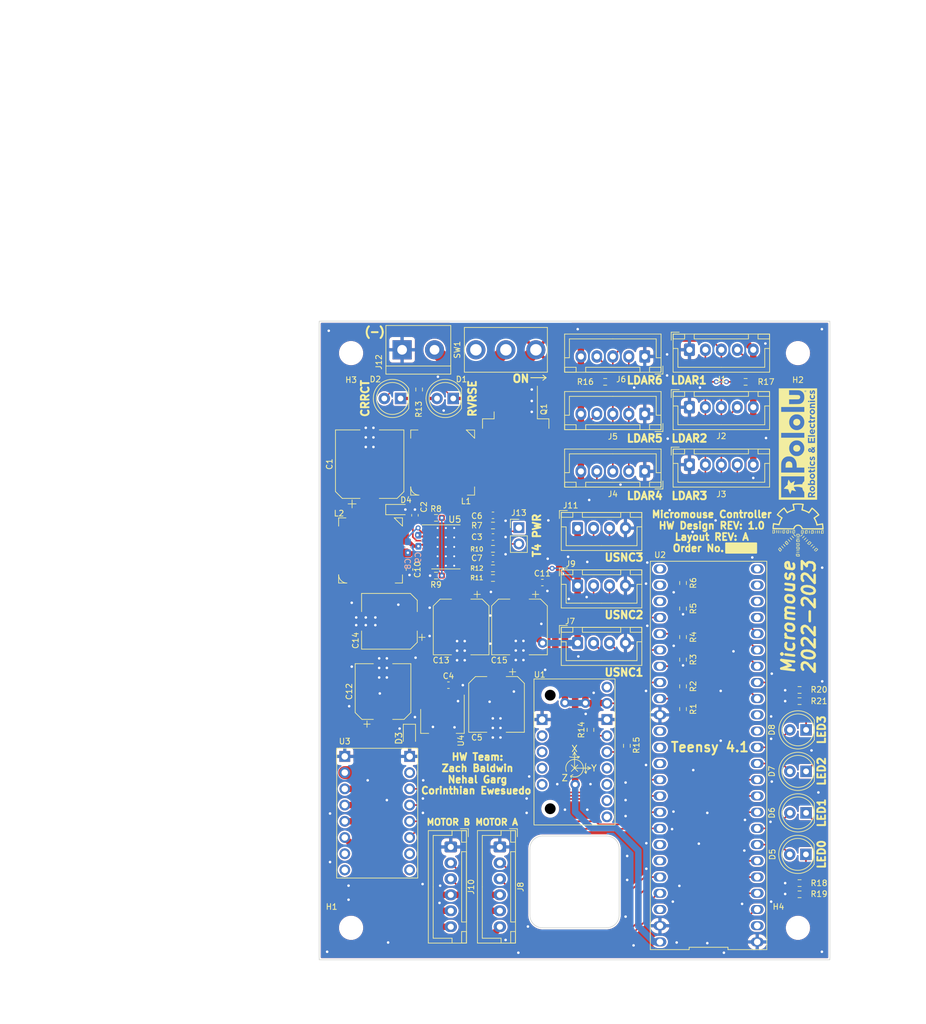
<source format=kicad_pcb>
(kicad_pcb (version 20211014) (generator pcbnew)
  (layers (0 "F.Cu" signal) (31 "B.Cu" signal) (34 "B.Paste" user) (35 "F.Paste" user) (36 "B.SilkS" user "B.Silkscreen") (37 "F.SilkS" user "F.Silkscreen") (38 "B.Mask" user) (39 "F.Mask" user) (44 "Edge.Cuts" user))
  (net 0 "")
  (net 1 "Net-(C1-Pad1)")
  (net 2 "GND")
  (net 3 "Net-(C3-Pad1)")
  (net 4 "+3V3")
  (net 5 "Net-(C6-Pad1)")
  (net 6 "Net-(C7-Pad1)")
  (net 7 "Net-(C8-Pad1)")
  (net 8 "Net-(C8-Pad2)")
  (net 9 "Net-(C9-Pad1)")
  (net 10 "Net-(C9-Pad2)")
  (net 11 "+5V")
  (net 12 "+5VD")
  (net 13 "Net-(D1-Pad1)")
  (net 14 "Net-(D1-Pad2)")
  (net 15 "/microcontroller/Trig1")
  (net 16 "Net-(J7-Pad3)")
  (net 17 "/microcontroller/AEQ2")
  (net 18 "/microcontroller/AEQ1")
  (net 19 "/microcontroller/AOUT2")
  (net 20 "/microcontroller/AOUT1")
  (net 21 "/microcontroller/Trig2")
  (net 22 "Net-(J9-Pad3)")
  (net 23 "/microcontroller/BEQ2")
  (net 24 "/microcontroller/BEQ1")
  (net 25 "/microcontroller/BOUT2")
  (net 26 "/microcontroller/BOUT1")
  (net 27 "/microcontroller/Trig3")
  (net 28 "Net-(J11-Pad3)")
  (net 29 "Net-(J12-Pad2)")
  (net 30 "+BATT")
  (net 31 "/microcontroller/Echo1")
  (net 32 "/microcontroller/Echo2")
  (net 33 "/microcontroller/Echo3")
  (net 34 "Net-(R8-Pad1)")
  (net 35 "Net-(R10-Pad2)")
  (net 36 "Net-(R11-Pad1)")
  (net 37 "Net-(R12-Pad1)")
  (net 49 "/microcontroller/BIN1")
  (net 50 "/microcontroller/BIN2")
  (net 51 "/microcontroller/AIN2")
  (net 52 "/microcontroller/AIN1")
  (net 72 "/microcontroller/SDA2")
  (net 73 "/microcontroller/SCL2")
  (net 74 "/microcontroller/SCL1")
  (net 75 "/microcontroller/SDA1")
  (net 76 "/microcontroller/LCS1")
  (net 77 "/microcontroller/LCS2")
  (net 78 "/microcontroller/LCS3")
  (net 79 "/microcontroller/LCS4")
  (net 80 "/microcontroller/LCS5")
  (net 81 "/microcontroller/LCS6")
  (net 83 "Net-(D5-Pad1)")
  (net 84 "/microcontroller/LED0")
  (net 85 "Net-(D6-Pad1)")
  (net 86 "/microcontroller/LED1")
  (net 87 "Net-(D7-Pad1)")
  (net 88 "/microcontroller/LED2")
  (net 89 "Net-(D8-Pad1)")
  (net 90 "/microcontroller/LED3")
  (footprint "Resistor_SMD:R_0603_1608Metric_Pad0.98x0.95mm_HandSolder" (layer "F.Cu") (at 125.25 107.75)
    (fp_text reference "R20")
    (fp_text value "470")
  )
  (footprint "LED_THT:LED_D5.0mm" (layer "F.Cu") (at 71 62.103 180)
    (fp_text reference "D1")
    (fp_text value "LED")
  )
  (footprint "MountingHole:MountingHole_3.2mm_M3" (layer "F.Cu") (at 125 55 180)
    (fp_text reference "H2")
    (fp_text value "MountingHole")
  )
  (footprint "MountingHole:MountingHole_3.2mm_M3" (layer "F.Cu") (at 125 145 180)
    (fp_text reference "H4")
    (fp_text value "MountingHole")
  )
  (footprint "LED_THT:LED_D5.0mm" (layer "F.Cu") (at 126.275 114 180)
    (fp_text reference "D8")
    (fp_text value "LED")
  )
  (footprint "Capacitor_SMD:C_0603_1608Metric_Pad1.08x0.95mm_HandSolder" (layer "F.Cu") (at 77.227 83.8)
    (fp_text reference "C3")
    (fp_text value "470nF")
  )
  (footprint "Connector_JST:JST_XH_B5B-XH-A_1x05_P2.50mm_Vertical" (layer "F.Cu") (at 108 72.475)
    (fp_text reference "J3")
    (fp_text value "Conn_01x05")
  )
  (footprint "Connector_JST:JST_XH_B5B-XH-A_1x05_P2.50mm_Vertical" (layer "F.Cu") (at 108 54.475)
    (fp_text reference "J1")
    (fp_text value "Conn_01x05")
  )
  (footprint "Resistor_SMD:R_0603_1608Metric_Pad0.98x0.95mm_HandSolder" (layer "F.Cu") (at 68.3 89.8415 180)
    (fp_text reference "R9")
    (fp_text value "4.53k")
  )
  (footprint "LED_THT:LED_D5.0mm" (layer "F.Cu") (at 126.25 133.5 180)
    (fp_text reference "D5")
    (fp_text value "LED")
  )
  (footprint "Resistor_SMD:R_0603_1608Metric_Pad0.98x0.95mm_HandSolder" (layer "F.Cu") (at 68.3 80.8 180)
    (fp_text reference "R8")
    (fp_text value "3.3k")
  )
  (footprint "Resistor_SMD:R_0603_1608Metric_Pad0.98x0.95mm_HandSolder" (layer "F.Cu") (at 116.8 59.5)
    (fp_text reference "R17")
    (fp_text value "2.2k")
  )
  (footprint "Connector_PinHeader_2.54mm:PinHeader_1x02_P2.54mm_Vertical" (layer "F.Cu") (at 81.28 82.3435)
    (fp_text reference "J13")
    (fp_text value "Conn_01x02_Male")
  )
  (footprint "custom_footprints:DRV_DRV8833_Pololu_2130" (layer "F.Cu") (at 59.089 127.047)
    (fp_text reference "U3")
    (fp_text value "DRV8833")
  )
  (footprint "LED_THT:LED_D5.0mm" (layer "F.Cu") (at 126.275 120.5 180)
    (fp_text reference "D7")
    (fp_text value "LED")
  )
  (footprint "Resistor_SMD:R_0603_1608Metric_Pad0.98x0.95mm_HandSolder" (layer "F.Cu") (at 125.25 138)
    (fp_text reference "R18")
    (fp_text value "470")
  )
  (footprint "Resistor_SMD:R_0603_1608Metric_Pad0.98x0.95mm_HandSolder" (layer "F.Cu") (at 77.227 90.2225)
    (fp_text reference "R11")
    (fp_text value "5k")
  )
  (footprint "Resistor_SMD:R_0603_1608Metric_Pad0.98x0.95mm_HandSolder" (layer "F.Cu") (at 98.2 116.5 90)
    (fp_text reference "R15")
    (fp_text value "2.2k")
  )
  (footprint "Resistor_SMD:R_0603_1608Metric_Pad0.98x0.95mm_HandSolder" (layer "F.Cu") (at 77.227 82 180)
    (fp_text reference "R7")
    (fp_text value "12k")
  )
  (footprint "Package_TO_SOT_SMD:SOT-223-3_TabPin2" (layer "F.Cu") (at 69.3117 112.6388 -90)
    (fp_text reference "U4")
    (fp_text value "LM1117-3.3")
  )
  (footprint "Resistor_SMD:R_0603_1608Metric_Pad0.98x0.95mm_HandSolder" (layer "F.Cu") (at 92.5 114 90)
    (fp_text reference "R14")
    (fp_text value "2.2k")
  )
  (footprint "Resistor_SMD:R_0603_1608Metric_Pad0.98x0.95mm_HandSolder" (layer "F.Cu") (at 125.25 109.5)
    (fp_text reference "R21")
    (fp_text value "470")
  )
  (footprint "Connector_JST:JST_XH_B5B-XH-A_1x05_P2.50mm_Vertical" (layer "F.Cu") (at 101 73.525 180)
    (fp_text reference "J4")
    (fp_text value "Conn_01x05")
  )
  (footprint "Resistor_SMD:R_0603_1608Metric_Pad0.98x0.95mm_HandSolder" (layer "F.Cu") (at 107 110.744 90)
    (fp_text reference "R1")
    (fp_text value "3.3k")
  )
  (footprint "Connector_JST:JST_XH_B4B-XH-A_1x04_P2.50mm_Vertical" (layer "F.Cu") (at 90.484 82.406)
    (fp_text reference "J11")
    (fp_text value "Conn_01x04")
  )
  (footprint "Resistor_SMD:R_0603_1608Metric_Pad0.98x0.95mm_HandSolder" (layer "F.Cu") (at 77.227 88.6985)
    (fp_text reference "R12")
    (fp_text value "5k")
  )
  (footprint "Capacitor_SMD:C_0603_1608Metric_Pad1.08x0.95mm_HandSolder" (layer "F.Cu") (at 70.25 107)
    (fp_text reference "C4")
    (fp_text value "0.1uF")
  )
  (footprint "custom_footprints:LOGO_cwrubotix" (layer "F.Cu") (at 125 82.7 90)
    (fp_text reference "G***" hide)
    (fp_text value "CWRUbotix" hide)
  )
  (footprint "Resistor_SMD:R_0603_1608Metric_Pad0.98x0.95mm_HandSolder" (layer "F.Cu") (at 77.227 85.6505 180)
    (fp_text reference "R10")
    (fp_text value "0")
  )
  (footprint "custom_footprints:HTSSOP-20-1EP_4.4x6.5mm_P0.65mm_EP3.4x6.5mm_ThermalVias" (layer "F.Cu") (at 69.85 85.344)
    (fp_text reference "U5")
    (fp_text value "TPIC74101")
  )
  (footprint "Connector_JST:JST_XH_B6B-XH-A_1x06_P2.50mm_Vertical" (layer "F.Cu") (at 70.612 132.334 -90)
    (fp_text reference "J10")
    (fp_text value "Conn_01x06_Male")
  )
  (footprint "Capacitor_SMD:C_0603_1608Metric_Pad1.08x0.95mm_HandSolder" (layer "F.Cu") (at 64.146 88.9 -90)
    (fp_text reference "C10")
    (fp_text value "0.1uF")
  )
  (footprint "custom_footprints:SW_SPDT_NKK_MS12AANW03" (layer "F.Cu") (at 79.248 54.483 90)
    (fp_text reference "SW1")
    (fp_text value "SW_SPDT")
  )
  (footprint "Diode_SMD:D_TUMD2" (layer "F.Cu") (at 62.23 79.502)
    (fp_text reference "D4")
    (fp_text value "D_Schottky")
  )
  (footprint "Capacitor_SMD:C_0603_1608Metric_Pad1.08x0.95mm_HandSolder" (layer "F.Cu") (at 84.963 90.932)
    (fp_text reference "C11")
    (fp_text value "0.1uF")
  )
  (footprint "Connector_JST:JST_XH_B5B-XH-A_1x05_P2.50mm_Vertical" (layer "F.Cu") (at 101 64.525 180)
    (fp_text reference "J5")
    (fp_text value "Conn_01x05")
  )
  (footprint "Connector_JST:JST_XH_B5B-XH-A_1x05_P2.50mm_Vertical" (layer "F.Cu") (at 101 55.525 180)
    (fp_text reference "J6")
    (fp_text value "Conn_01x05")
  )
  (footprint "custom_footprints:MCU_TEENSY41_PJRC" (layer "F.Cu") (at 111 118 90)
    (fp_text reference "U2")
    (fp_text value "Teensy_4.1")
  )
  (footprint "custom_footprints:LOGO_pololu" (layer "F.Cu") (at 125 69.25 90)
    (fp_text reference "G***" hide)
    (fp_text value "LOGO" hide)
  )
  (footprint "Resistor_SMD:R_0603_1608Metric_Pad0.98x0.95mm_HandSolder" (layer "F.Cu") (at 107 99.4675 90)
    (fp_text reference "R4")
    (fp_text value "2.2k")
  )
  (footprint "Capacitor_SMD:C_0603_1608Metric_Pad1.08x0.95mm_HandSolder" (layer "F.Cu") (at 77.227 80.4)
    (fp_text reference "C6")
    (fp_text value "470nF")
  )
  (footprint "Resistor_SMD:R_0603_1608Metric_Pad0.98x0.95mm_HandSolder" (layer "F.Cu") (at 107 107.188 90)
    (fp_text reference "R2")
    (fp_text value "2.2k")
  )
  (footprint "Capacitor_SMD:CP_Elec_8x10.5" (layer "F.Cu") (at 81.3816 97.8813 -90)
    (fp_text reference "C15")
    (fp_text value "22uF")
  )
  (footprint "Capacitor_SMD:CP_Elec_8x10.5" (layer "F.Cu") (at 72.2376 97.8843 -90)
    (fp_text reference "C13")
    (fp_text value "100uF")
  )
  (footprint "LED_THT:LED_D5.0mm" (layer "F.Cu") (at 62.743 62.103 180)
    (fp_text reference "D2")
    (fp_text value "LED")
  )
  (footprint "Capacitor_SMD:CP_Elec_8x10.5" (layer "F.Cu") (at 77.7808 110.012 -90)
    (fp_text reference "C5")
    (fp_text value "22uF")
  )
  (footprint "MountingHole:MountingHole_3.2mm_M3" (layer "F.Cu") (at 55 145 180)
    (fp_text reference "H1")
    (fp_text value "MountingHole")
  )
  (footprint "Resistor_SMD:R_0603_1608Metric_Pad0.98x0.95mm_HandSolder" (layer "F.Cu") (at 107 91 90)
    (fp_text reference "R6")
    (fp_text value "2.2k")
  )
  (footprint "Connector_JST:JST_XH_B4B-XH-A_1x04_P2.50mm_Vertical" (layer "F.Cu") (at 90.484 91.406)
    (fp_text reference "J9")
    (fp_text value "Conn_01x04")
  )
  (footprint "Capacitor_SMD:C_0603_1608Metric_Pad1.08x0.95mm_HandSolder" (layer "F.Cu") (at 65 80.4 90)
    (fp_text reference "C2")
    (fp_text value "0.1uF")
  )
  (footprint "Resistor_SMD:R_0603_1608Metric_Pad0.98x0.95mm_HandSolder" (layer "F.Cu") (at 107 103 90)
    (fp_text reference "R3")
    (fp_text value "3.3k")
  )
  (footprint "custom_footprints:SENS_LSM6DSO_Pololu_2798" (layer "F.Cu") (at 90 120)
    (fp_text reference "U1")
    (fp_text value "LSM6DSO")
  )
  (footprint "Diode_SMD:D_0805_2012Metric" (layer "F.Cu") (at 64.135 114.808 -90)
    (fp_text reference "D3")
    (fp_text value "D")
  )
  (footprint "Capacitor_SMD:C_0603_1608Metric_Pad1.08x0.95mm_HandSolder" (layer "F.Cu") (at 77.227 87.1745)
    (fp_text reference "C7")
    (fp_text value "150nF")
  )
  (footprint "LED_THT:LED_D5.0mm" (layer "F.Cu") (at 126.275 127 180)
    (fp_text reference "D6")
    (fp_text value "LED")
  )
  (footprint "Resistor_SMD:R_0603_1608Metric_Pad0.98x0.95mm_HandSolder" (layer "F.Cu") (at 107 95 90)
    (fp_text reference "R5")
    (fp_text value "3.3k")
  )
  (footprint "Resistor_SMD:R_0603_1608Metric_Pad0.98x0.95mm_HandSolder" (layer "F.Cu") (at 65.659 60.7 90)
    (fp_text reference "R13")
    (fp_text value "470")
  )
  (footprint "Package_TO_SOT_SMD:TO-263-3_TabPin2" (layer "F.Cu") (at 80.791 68.241 -90)
    (fp_text reference "Q1")
    (fp_text value "Q_PMOS_GDS")
  )
  (footprint "TerminalBlock:TerminalBlock_bornier-2_P5.08mm" (layer "F.Cu") (at 62.992 54.483)
    (fp_text reference "J12")
    (fp_text value "Screw_Terminal_01x02")
  )
  (footprint "Connector_JST:JST_XH_B5B-XH-A_1x05_P2.50mm_Vertical" (layer "F.Cu") (at 108 63.475)
    (fp_text reference "J2")
    (fp_text value "Conn_01x05")
  )
  (footprint "Capacitor_SMD:CP_Elec_8x10.5" (layer "F.Cu") (at 60 108 90)
    (fp_text reference "C12")
    (fp_text value "100uF")
  )
  (footprint "Resistor_SMD:R_0603_1608Metric_Pad0.98x0.95mm_HandSolder" (layer "F.Cu") (at 125.25 139.75)
    (fp_text reference "R19")
    (fp_text value "470")
  )
  (footprint "Resistor_SMD:R_0603_1608Metric_Pad0.98x0.95mm_HandSolder" (layer "F.Cu") (at 94.8 59.5 180)
    (fp_text reference "R16")
    (fp_text value "2.2k")
  )
  (footprint "custom_footprints:L_SRR1050HA_Bourns" (layer "F.Cu") (at 69.342 72.136 -90)
    (fp_text reference "L1")
    (fp_text value "22uH")
  )
  (footprint "Connector_JST:JST_XH_B4B-XH-A_1x04_P2.50mm_Vertical" (layer "F.Cu") (at 90.484 100.406)
    (fp_text reference "J7")
    (fp_text value "Conn_01x04")
  )
  (footprint "custom_footprints:L_SRR1050HA_Bourns" (layer "F.Cu") (at 58.05 85.9045 -90)
    (fp_text reference "L2")
    (fp_text value "22uH")
  )
  (footprint "MountingHole:MountingHole_3.2mm_M3" (layer "F.Cu") (at 55 55 180)
    (fp_text reference "H3")
    (fp_text value "MountingHole")
  )
  (footprint "Capacitor_SMD:CP_Elec_8x10.5" (layer "F.Cu") (at 61 97 180)
    (fp_text reference "C14")
    (fp_text value "22uF")
  )
  (footprint "Connector_JST:JST_XH_B6B-XH-A_1x06_P2.50mm_Vertical" (layer "F.Cu") (at 78.2998 132.3324 -90)
    (fp_text reference "J8")
    (fp_text value "Conn_01x06_Male")
  )
  (footprint "Capacitor_SMD:CP_Elec_10x10.5" (layer "F.Cu") (at 57.912 72.39 90)
    (fp_text reference "C1")
    (fp_text value "330uF")
  )
  (footprint "Capacitor_SMD:C_0603_1608Metric_Pad1.08x0.95mm_HandSolder" (layer "B.Cu") (at 63.892 85.4 90)
    (fp_text reference "C8")
    (fp_text value "4.7nF")
  )
  (footprint "Capacitor_SMD:C_0603_1608Metric_Pad1.08x0.95mm_HandSolder" (layer "B.Cu") (at 65.543 84.3805 90)
    (fp_text reference "C9")
    (fp_text value "4.7nF")
  )
  (gr_line (start 85.55 58.85) (end 85.05 59.25) (layer "F.SilkS") (width 0.15))
  (gr_line (start 83.15 58.85) (end 85.55 58.85) (layer "F.SilkS") (width 0.15))
  (gr_line (start 85.05 58.45) (end 85.55 58.85) (layer "F.SilkS") (width 0.15))
  (gr_arc locked (start 85 145) (mid 83.585786 144.414214) (end 83 143) (layer "Edge.Cuts") (width 0.1))
  (gr_rect locked (start 130 150) (end 50 50) (layer "Edge.Cuts") (width 0.1) (fill none))
  (gr_arc locked (start 83 132.614214) (mid 83.585786 131.2) (end 85 130.614214) (layer "Edge.Cuts") (width 0.1))
  (gr_line locked (start 85 145) (end 95 145) (layer "Edge.Cuts") (width 0.1))
  (gr_line locked (start 97 143) (end 97 132.614214) (layer "Edge.Cuts") (width 0.1))
  (gr_arc locked (start 97 143) (mid 96.414214 144.414214) (end 95 145) (layer "Edge.Cuts") (width 0.1))
  (gr_line locked (start 95 130.614214) (end 85 130.614214) (layer "Edge.Cuts") (width 0.1))
  (gr_line locked (start 83 132.614214) (end 83 143) (layer "Edge.Cuts") (width 0.1))
  (gr_arc locked (start 95 130.614214) (mid 96.414214 131.2) (end 97 132.614214) (layer "Edge.Cuts") (width 0.1))
  (gr_text "MOTOR B" (at 70.25 128.45) (layer "F.SilkS") (effects (font (size 1 1) (thickness 0.25))))
  (gr_text "CRRCT" (at 57.2 62.1 90) (layer "F.SilkS") (effects (font (size 1.2 1.2) (thickness 0.3))))
  (gr_text "LED0" (at 128.7 133.5 90) (layer "F.SilkS") (effects (font (size 1.2 1.2) (thickness 0.3))))
  (gr_text "Teensy 4.1" (at 111.2 116.7) (layer "F.SilkS") (effects (font (size 1.5 1.5) (thickness 0.3))))
  (gr_text "LDAR5" (at 101 68.35) (layer "F.SilkS") (effects (font (size 1.2 1.2) (thickness 0.3))))
  (gr_text "USNC1" (at 97.75 105) (layer "F.SilkS") (effects (font (size 1.2 1.2) (thickness 0.3))))
  (gr_text "HW Team:\nZach Baldwin\nNehal Garg\n" (at 74.8 120) (layer "F.SilkS") (effects (font (size 1.1 1.1) (thickness 0.275))))
  (gr_text "ON" (at 81.6 59) (layer "F.SilkS") (effects (font (size 1.2 1.2) (thickness 0.3))))
  (gr_text "Corinthian Ewesuedo" (at 74.6 123.5) (layer "F.SilkS") (effects (font (size 1.1 1.1) (thickness 0.275))))
  (gr_text "Micromouse Controller\nHW Design REV: 1.0\nLayout REV: A\nOrder No.     " (at 111.5 82.9) (layer "F.SilkS") (effects (font (size 1.1 1.1) (thickness 0.275))))
  (gr_text "(-)" (at 58.7 51.8 180) (layer "F.SilkS") (effects (font (size 1.2 1.2) (thickness 0.3))))
  (gr_text "USNC3" (at 97.75 87) (layer "F.SilkS") (effects (font (size 1.2 1.2) (thickness 0.3))))
  (gr_text "Micromouse\n2022-2023" (at 125.1 96.3 90) (layer "F.SilkS") (effects (font (size 2 2) (thickness 0.4) italic)))
  (gr_text "LDAR4" (at 101 77.35) (layer "F.SilkS") (effects (font (size 1.2 1.2) (thickness 0.3))))
  (gr_text "LED2\n" (at 128.7 120.5 90) (layer "F.SilkS") (effects (font (size 1.2 1.2) (thickness 0.3))))
  (gr_text "T4 PWR" (at 84.1 83.55 90) (layer "F.SilkS") (effects (font (size 1.2 1.2) (thickness 0.3))))
  (gr_text "RVRSE" (at 74 62.1 90) (layer "F.SilkS") (effects (font (size 1.2 1.2) (thickness 0.3))))
  (gr_text "LDAR1" (at 107.9 59.25) (layer "F.SilkS") (effects (font (size 1.2 1.2) (thickness 0.3))))
  (gr_text "USNC2" (at 97.75 96) (layer "F.SilkS") (effects (font (size 1.2 1.2) (thickness 0.3))))
  (gr_text "LED1" (at 128.7 127 90) (layer "F.SilkS") (effects (font (size 1.2 1.2) (thickness 0.3))))
  (gr_text "LED3" (at 128.7 114 90) (layer "F.SilkS") (effects (font (size 1.2 1.2) (thickness 0.3))))
  (gr_text "LDAR6" (at 101 59.25) (layer "F.SilkS") (effects (font (size 1.2 1.2) (thickness 0.3))))
  (gr_text "LDAR2" (at 108 68.35) (layer "F.SilkS") (effects (font (size 1.2 1.2) (thickness 0.3))))
  (gr_text "LDAR3" (at 108 77.35) (layer "F.SilkS") (effects (font (size 1.2 1.2) (thickness 0.3))))
  (gr_text "MOTOR A" (at 77.8 128.45) (layer "F.SilkS") (effects (font (size 1 1) (thickness 0.25))))
  (segment (start 64.6735 81.589) (end 64.6735 83.800927) (width 0.254) (layer "F.Cu") (net 1))
  (segment (start 65.246573 84.374) (end 66.9 84.374) (width 0.254) (layer "F.Cu") (net 1))
  (segment (start 64.6735 83.800927) (end 65.246573 84.374) (width 0.254) (layer "F.Cu") (net 1))
  (segment (start 71.15 88.294) (end 72.77 88.294) (width 0.25) (layer "F.Cu") (net 2))
  (segment (start 66.9 82.424) (end 68.52 82.424) (width 0.254) (layer "F.Cu") (net 2))
  (segment (start 70.18 85.014) (end 72.8 85.014) (width 0.25) (layer "F.Cu") (net 2))
  (segment (start 71.15 82.394) (end 72.77 82.394) (width 0.25) (layer "F.Cu") (net 2))
  (segment (start 103.38 111.65) (end 106.9935 111.65) (width 0.254) (layer "F.Cu") (net 2))
  (segment (start 66.9 85.674) (end 69.52 85.674) (width 0.25) (layer "F.Cu") (net 2))
  (via (at 105.5 126.8) (size 0.8) (drill 0.4) (layers "F.Cu" "B.Cu") (net 2))
  (via (at 66.2 138.15) (size 0.8) (drill 0.4) (layers "F.Cu" "B.Cu") (net 2))
  (via (at 69.5 64) (size 0.8) (drill 0.4) (layers "F.Cu" "B.Cu") (net 2))
  (via (at 82.9 121.3) (size 0.8) (drill 0.4) (layers "F.Cu" "B.Cu") (net 2))
  (via (at 51.5 51.5) (size 0.8) (drill 0.4) (layers "F.Cu" "B.Cu") (net 2))
  (via (at 60.8 147.3) (size 0.8) (drill 0.4) (layers "F.Cu" "B.Cu") (net 2))
  (via (at 57.3 97.6) (size 0.8) (drill 0.4) (layers "F.Cu" "B.Cu") (net 2))
  (via (at 99.35 60.4) (size 0.8) (drill 0.4) (layers "F.Cu" "B.Cu") (net 2))
  (via (at 112.9 107.9) (size 0.8) (drill 0.4) (layers "F.Cu" "B.Cu") (net 2))
  (via (at 120.8 111.9) (size 0.8) (drill 0.4) (layers "F.Cu" "B.Cu") (net 2))
  (via (at 98 127.5) (size 0.8) (drill 0.4) (layers "F.Cu" "B.Cu") (net 2))
  (via (at 57.3 69.7) (size 0.8) (drill 0.4) (layers "F.Cu" "B.Cu") (net 2))
  (via (at 108.6 120.3) (size 0.8) (drill 0.4) (layers "F.Cu" "B.Cu") (net 2))
  (via (at 77.2 115.2) (size 0.8) (drill 0.4) (layers "F.Cu" "B.Cu") (net 2))
  (via (at 98.25 137.5) (size 0.8) (drill 0.4) (layers "F.Cu" "B.Cu") (net 2))
  (via (at 80.8 100.07) (size 0.8) (drill 0.4) (layers "F.Cu" "B.Cu") (net 2))
  (via (at 128.8 106.4) (size 0.8) (drill 0.4) (layers "F.Cu" "B.Cu") (net 2))
  (via (at 101.25 135.75) (size 0.8) (drill 0.4) (layers "F.Cu" "B.Cu") (net 2))
  (via (at 55.1 104.1) (size 0.8) (drill 0.4) (layers "F.Cu" "B.Cu") (net 2))
  (via (at 65 112) (size 0.8) (drill 0.4) (layers "F.Cu" "B.Cu") (net 2))
  (via (at 71.6 103.1) (size 0.8) (drill 0.4) (layers "F.Cu" "B.Cu") (net 2))
  (via (at 85.75 92.25) (size 0.8) (drill 0.4) (layers "F.Cu" "B.Cu") (net 2))
  (via (at 51.7 127.1) (size 0.8) (drill 0.4) (layers "F.Cu" "B.Cu") (net 2))
  (via (at 58.5 66.7) (size 0.8) (drill 0.4) (layers "F.Cu" "B.Cu") (net 2))
  (via (at 110.8 147.4) (size 0.8) (drill 0.4) (layers "F.Cu" "B.Cu") (net 2))
  (via (at 83.3 60.7) (size 0.8) (drill 0.4) (layers "F.Cu" "B.Cu") (net 2))
  (via (at 107 103.9) (size 0.8) (drill 0.4) (layers "F.Cu" "B.Cu") (net 2))
  (via (at 85.4 104.6) (size 0.8) (drill 0.4) (layers "F.Cu" "B.Cu") (net 2))
  (via (at 116.7 128.1) (size 0.8) (drill 0.4) (layers "F.Cu" "B.Cu") (net 2))
  (via (at 101.4 97.7) (size 0.8) (drill 0.4) (layers "F.Cu" "B.Cu") (net 2))
  (via (at 82 103.07) (size 0.8) (drill 0.4) (layers "F.Cu" "B.Cu") (net 2))
  (via (at 65 79.5) (size 0.8) (drill 0.4) (layers "F.Cu" "B.Cu") (net 2))
  (via (at 51.25 148.75) (size 0.8) (drill 0.4) (layers "F.Cu" "B.Cu") (net 2))
  (via (at 120 68.3) (size 0.8) (drill 0.4) (layers "F.Cu" "B.Cu") (net 2))
  (via (at 101.2 91.1) (size 0.8) (drill 0.4) (layers "F.Cu" "B.Cu") (net 2))
  (via (at 104.9 79.6) (size 0.8) (drill 0.4) (layers "F.Cu" "B.Cu") (net 2))
  (via (at 120.9 122.1) (size 0.8) (drill 0.4) (layers "F.Cu" "B.Cu") (net 2))
  (via (at 79.2 83.8) (size 0.8) (drill 0.4) (layers "F.Cu" "B.Cu") (net 2))
  (via (at 58.5 69.7) (size 0.8) (drill 0.4) (layers "F.Cu" "B.Cu") (net 2))
  (via (at 128.2 123.8) (size 0.8) (drill 0.4) (layers "F.Cu" "B.Cu") (net 2))
  (via (at 128.75 51.25) (size 0.8) (drill 0.4) (layers "F.Cu" "B.Cu") (net 2))
  (via (at 65.1 102.7) (size 0.8) (drill 0.4) (layers "F.Cu" "B.Cu") (net 2))
  (via (at 58.5 68.2) (size 0.8) (drill 0.4) (layers "F.Cu" "B.Cu") (net 2))
  (via (at 60.6 102.8) (size 0.8) (drill 0.4) (layers "F.Cu" "B.Cu") (net 2))
  (via (at 55.1 94.1) (size 0.8) (drill 0.4) (layers "F.Cu" "B.Cu") (net 2))
  (via (at 89 86.9) (size 0.8) (drill 0.4) (layers "F.Cu" "B.Cu") (net 2))
  (via (at 80.8 101.57) (size 0.8) (drill 0.4) (layers "F.Cu" "B.Cu") (net 2))
  (via (at 55.8 97.6) (size 0.8) (drill 0.4) (layers "F.Cu" "B.Cu") (net 2))
  (via (at 117.85 87) (size 0.8) (drill 0.4) (layers "F.Cu" "B.Cu") (net 2))
  (via (at 72.5 107) (size 0.8) (drill 0.4) (layers "F.Cu" "B.Cu") (net 2))
  (via (at 51.7 134.7) (size 0.8) (drill 0.4) (layers "F.Cu" "B.Cu") (net 2))
  (via (at 116.6 132.9) (size 0.8) (drill 0.4) (layers "F.Cu" "B.Cu") (net 2))
  (via (at 106.426 138.43) (size 0.8) (drill 0.4) (layers "F.Cu" "B.Cu") (net 2))
  (via (at 77.2 112.2) (size 0.8) (drill 0.4) (layers "F.Cu" "B.Cu") (net 2))
  (via (at 60.6 104.3) (size 0.8) (drill 0.4) (layers "F.Cu" "B.Cu") (net 2))
  (via (at 76.7 109.6) (size 0.8) (drill 0.4) (layers "F.Cu" "B.Cu") (net 2))
  (via (at 57.3 96.4) (size 0.8) (drill 0.4) (layers "F.Cu" "B.Cu") (net 2))
  (via (at 77.2 113.7) (size 0.8) (drill 0.4) (layers "F.Cu" "B.Cu") (net 2))
  (via (at 91.75 111.5) (size 0.8) (drill 0.4) (layers "F.Cu" "B.Cu") (net 2))
  (via (at 68.95 138.4) (size 0.8) (drill 0.4) (layers "F.Cu" "B.Cu") (net 2))
  (via (at 128.8 88.6) (size 0.8) (drill 0.4) (layers "F.Cu" "B.Cu") (net 2))
  (via (at 79.2 146.9) (size 0.8) (drill 0.4) (layers "F.Cu" "B.Cu") (net 2))
  (via (at 66.25 127) (size 0.8) (drill 0.4) (layers "F.Cu" "B.Cu") (net 2))
  (via (at 83.3 64.2) (size 0.8) (drill 0.4) (layers "F.Cu" "B.Cu") (net 2))
  (via (at 72.8 101.6) (size 0.8) (drill 0.4) (layers "F.Cu" "B.Cu") (net 2))
  (via (at 80.5 108) (size 0.8) (drill 0.4) (layers "F.Cu" "B.Cu") (net 2))
  (via (at 116.25 141.25) (size 0.8) (drill 0.4) (layers "F.Cu" "B.Cu") (net 2))
  (via (at 85.8 87.2) (size 0.8) (drill 0.4) (layers "F.Cu" "B.Cu") (net 2))
  (via (at 82.7 144.8) (size 0.8) (drill 0.4) (layers "F.Cu" "B.Cu") (net 2))
  (via (at 112.1 81.2) (size 0.8) (drill 0.4) (layers "F.Cu" "B.Cu") (net 2))
  (via (at 54.6 138.4) (size 0.8) (drill 0.4) (layers "F.Cu" "B.Cu") (net 2))
  (via (at 66.3 121.9) (size 0.8) (drill 0.4) (layers "F.Cu" "B.Cu") (net 2))
  (via (at 90.5 51.25) (size 0.8) (drill 0.4) (layers "F.Cu" "B.Cu") (net 2))
  (via (at 59.4 105.8) (size 0.8) (drill 0.4) (layers "F.Cu" "B.Cu") (net 2))
  (via (at 78.4 113.7) (size 0.8) (drill 0.4) (layers "F.Cu" "B.Cu") (net 2))
  (via (at 82.5 127) (size 0.8) (drill 0.4) (layers "F.Cu" "B.Cu") (net 2))
  (via (at 107 95.9) (size 0.8) (drill 0.4) (layers "F.Cu" "B.Cu") (net 2))
  (via (at 120.8 140.9) (size 0.8) (drill 0.4) (layers "F.Cu" "B.Cu") (net 2))
  (via (at 105.537 100.838) (size 0.8) (drill 0.4) (layers "F.Cu" "B.Cu") (net 2))
  (via (at 120.8 115.4) (size 0.8) (drill 0.4) (layers "F.Cu" "B.Cu") (net 2))
  (via (at 104.5 58.5) (size 0.8) (drill 0.4) (layers "F.Cu" "B.Cu") (net 2))
  (via (at 113.4 148.9) (size 0.8) (drill 0.4) (layers "F.Cu" "B.Cu") (net 2))
  (via (at 104.6 68.4) (size 0.8) (drill 0.4) (layers "F.Cu" "B.Cu") (net 2))
  (via (at 110.8 127) (size 0.8) (drill 0.4) (layers "F.Cu" "B.Cu") (net 2))
  (via (at 59.5 108.3) (size 0.8) (drill 0.4) (layers "F.Cu" "B.Cu") (net 2))
  (via (at 92 87.7) (size 0.8) (drill 0.4) (layers "F.Cu" "B.Cu") (net 2))
  (via (at 106 147.3) (size 0.8) (drill 0.4) (layers "F.Cu" "B.Cu") (net 2))
  (via (at 109.65 60.4) (size 0.8) (drill 0.4) (layers "F.Cu" "B.Cu") (net 2))
  (via (at 62.4 94.4) (size 0.8) (drill 0.4) (layers "F.Cu" "B.Cu") (net 2))
  (via (at 128.75 148.75) (size 0.8) (drill 0.4) (layers "F.Cu" "B.Cu") (net 2))
  (via (at 127.127 117.221) (size 0.8) (drill 0.4) (layers "F.Cu" "B.Cu") (net 2))
  (via (at 101.25 131.75) (size 0.8) (drill 0.4) (layers "F.Cu" "B.Cu") (net 2))
  (via (at 60.6 125) (size 0.8) (drill 0.4) (layers "F.Cu" "B.Cu") (net 2))
  (via (at 67.31 94.869) (size 0.8) (drill 0.4) (layers "F.Cu" "B.Cu") (net 2))
  (via (at 119.9 53.5) (size 0.8) (drill 0.4) (layers "F.Cu" "B.Cu") (net 2))
  (via (at 123 109.5) (size 0.8) (drill 0.4) (layers "F.Cu" "B.Cu") (net 2))
  (via (at 83.3 62.5) (size 0.8) (drill 0.4) (layers "F.Cu" "B.Cu") (net 2))
  (via (at 82 101.57) (size 0.8) (drill 0.4) (layers "F.Cu" "B.Cu") (net 2))
  (via (at 98.25 133.75) (size 0.8) (drill 0.4) (layers "F.Cu" "B.Cu") (net 2))
  (via (at 108.5 83) (size 0.8) (drill 0.4) (layers "F.Cu" "B.Cu") (net 2))
  (via (at 72.8 100.1) (size 0.8) (drill 0.4) (layers "F.Cu" "B.Cu") (net 2))
  (via (at 92.5 122.5) (size 0.8) (drill 0.4) (layers "F.Cu" "B.Cu") (net 2))
  (via (at 109.474 131.826) (size 0.8) (drill 0.4) (layers "F.Cu" "B.Cu") (net 2))
  (via (at 78.4 115.2) (size 0.8) (drill 0.4) (layers "F.Cu" "B.Cu") (net 2))
  (via (at 63.5 79.5) (size 0.8) (drill 0.4) (layers "F.Cu" "B.Cu") (net 2))
  (via (at 89.1 93.5) (size 0.8) (drill 0.4) (layers "F.Cu" "B.Cu") (net 2))
  (via (at 71.75 109.5) (size 0.8) (drill 0.4) (layers "F.Cu" "B.Cu") (net 2))
  (via (at 123 139.7) (size 0.8) (drill 0.4) (layers "F.Cu" "B.Cu") (net 2))
  (via (at 105.4 140.9) (size 0.8) (drill 0.4) (layers "F.Cu" "B.Cu") (net 2))
  (via (at 123 138) (size 0.8) (drill 0.4) (layers "F.Cu" "B.Cu") (net 2))
  (via (at 67.818 113.538) (size 0.8) (drill 0.4) (layers "F.Cu" "B.Cu") (net 2))
  (via (at 80.8 103.07) (size 0.8) (drill 0.4) (layers "F.Cu" "B.Cu") (net 2))
  (via (at 118 74.55) (size 0.8) (drill 0.4) (layers "F.Cu" "B.Cu") (net 2))
  (via (at 59.4 102.8) (size 0.8) (drill 0.4) (layers "F.Cu" "B.Cu") (net 2))
  (via (at 92 126.5) (size 0.8) (drill 0.4) (layers "F.Cu" "B.Cu") (net 2))
  (via (at 82.5 124.75) (size 0.8) (drill 0.4) (layers "F.Cu" "B.Cu") (net 2))
  (via (at 104.5 55.2) (size 0.8) (drill 0.4) (layers "F.Cu" "B.Cu") (net 2))
  (via (at 101.2 107.9) (size 0.8) (drill 0.4) (layers "F.Cu" "B.Cu") (net 2))
  (via (at 66.25 124.75) (size 0.8) (drill 0.4) (layers "F.Cu" "B.Cu") (net 2))
  (via (at 98 122.25) (size 0.8) (drill 0.4) (layers "F.Cu" "B.Cu") (net 2))
  (via (at 62.6 113.8) (size 0.8) (drill 0.4) (layers "F.Cu" "B.Cu") (net 2))
  (via (at 88.5 126.5) (size 0.8) (drill 0.4) (layers "F.Cu" "B.Cu") (net 2))
  (via (at 90.6 102.5) (size 0.8) (drill 0.4) (layers "F.Cu" "B.Cu") (net 2))
  (via (at 85.9 81.2) (size 0.8) (drill 0.4) (layers "F.Cu" "B.Cu") (net 2))
  (via (at 68.85 141.1) (size 0.8) (drill 0.4) (layers "F.Cu" "B.Cu") (net 2))
  (via (at 98 125) (size 0.8) (drill 0.4) (layers "F.Cu" "B.Cu") (net 2))
  (via (at 87.3 122.5) (size 0.8) (drill 0.4) (layers "F.Cu" "B.Cu") (net 2))
  (via (at 92.3 78) (size 0.8) (drill 0.4) (layers "F.Cu" "B.Cu") (net 2))
  (via (at 79.2 81.25) (size 0.8) (drill 0.4) (layers "F.Cu" "B.Cu") (net 2))
  (via (at 71.2 113.6) (size 0.8) (drill 0.4) (layers "F.Cu" "B.Cu") (net 2))
  (via (at 58.8 96.4) (size 0.8) (drill 0.4) (layers "F.Cu" "B.Cu") (net 2))
  (via (at 105.283 129.54) (size 0.8) (drill 0.4) (layers "F.Cu" "B.Cu") (net 2))
  (via (at 67.3 99.3) (size 0.8) (drill 0.4) (layers "F.Cu" "B.Cu") (net 2))
  (via (at 112.9 115.7) (size 0.8) (drill 0.4) (layers "F.Cu" "B.Cu") (net 2))
  (via (at 82 100.07) (size 0.8) (drill 0.4) (layers "F.Cu" "B.Cu") (net 2))
  (via (at 58.8 97.6) (size 0.8) (drill 0.4) (layers "F.Cu" "B.Cu") (net 2))
  (via (at 71.6 100.1) (size 0.8) (drill 0.4) (layers "F.Cu" "B.Cu") (net 2))
  (via (at 91.9 93.2) (size 0.8) (drill 0.4) (layers "F.Cu" "B.Cu") (net 2))
  (via (at 79.2 86.5) (size 0.8) (drill 0.4) (layers "F.Cu" "B.Cu") (net 2))
  (via (at 99.25 147.75) (size 0.8) (drill 0.4) (layers "F.Cu" "B.Cu") (net 2))
  (via (at 55.8 96.4) (size 0.8) (drill 0.4) (layers "F.Cu" "B.Cu") (net 2))
  (via (at 76.9 92.4) (size 0.8) (drill 0.4) (layers "F.Cu" "B.Cu") (net 2))
  (via (at 64.15 89.75) (size 0.8) (drill 0.4) (layers "F.Cu" "B.Cu") (net 2))
  (via (at 101.4 87.8) (size 0.8) (drill 0.4) (layers "F.Cu" "B.Cu") (net 2))
  (via (at 71.6 101.6) (size 0.8) (drill 0.4) (layers "F.Cu" "B.Cu") (net 2))
  (via (at 54.6 140.6) (size 0.8) (drill 0.4) (layers "F.Cu" "B.Cu") (net 2))
  (via (at 120.7 128.4) (size 0.8) (drill 0.4) (layers "F.Cu" "B.Cu") (net 2))
  (via (at 72.8 103.1) (size 0.8) (drill 0.4) (layers "F.Cu" "B.Cu") (net 2))
  (via (at 120.9 105.2) (size 0.8) (drill 0.4) (layers "F.Cu" "B.Cu") (net 2))
  (via (at 54.7 110.3) (size 0.8) (drill 0.4) (layers "F.Cu" "B.Cu") (net 2))
  (via (at 60.6 105.8) (size 0.8) (drill 0.4) (layers "F.Cu" "B.Cu") (net 2))
  (via (at 76.8 100.5) (size 0.8) (drill 0.4) (layers "F.Cu" "B.Cu") (net 2))
  (via (at 101.2 119.5) (size 0.8) (drill 0.4) (layers "F.Cu" "B.Cu") (net 2))
  (via (at 57.6 121.9) (size 0.8) (drill 0.4) (layers "F.Cu" "B.Cu") (net 2))
  (via (at 76.8 96.1) (size 0.8) (drill 0.4) (layers "F.Cu" "B.Cu") (net 2))
  (via (at 84.8 97.4) (size 0.8) (drill 0.4) (layers "F.Cu" "B.Cu") (net 2))
  (via (at 97.2 75.6) (size 0.8) (drill 0.4) (layers "F.Cu" "B.Cu") (net 2))
  (via (at 114.9 101.7) (size 0.8) (drill 0.4) (layers "F.Cu" "B.Cu") (net 2))
  (via (at 59.4 104.3) (size 0.8) (drill 0.4) (layers "F.Cu" "B.Cu") (net 2))
  (via (at 93 108.2) (size 0.8) (drill 0.4) (layers "F.Cu" "B.Cu") (net 2))
  (via (at 105.537 92.456) (size 0.8) (drill 0.4) (layers "F.Cu" "B.Cu") (net 2))
  (via (at 57.3 66.7) (size 0.8) (drill 0.4) (layers "F.Cu" "B.Cu") (net 2))
  (via (at 98 143.25) (size 0.8) (drill 0.4) (layers "F.Cu" "B.Cu") (net 2))
  (via (at 68.6 58.7) (size 0.8) (drill 0.4) (layers "F.Cu" "B.Cu") (net 2))
  (via (at 81.2 148.9) (size 0.8) (drill 0.4) (layers "F.Cu" "B.Cu") (net 2))
  (via (at 78.4 112.2) (size 0.8) (drill 0.4) (layers "F.Cu" "B.Cu") (net 2))
  (via (at 123 107.8) (size 0.8) (drill 0.4) (layers "F.Cu" "B.Cu") (net 2))
  (via (at 67.375 89.85) (size 0.8) (drill 0.4) (layers "F.Cu" "B.Cu") (net 2))
  (via (at 57.3 68.2) (size 0.8) (drill 0.4) (layers "F.Cu" "B.Cu") (net 2))
  (segment (start 79.5 84.9) (end 79.5165 84.8835) (width 0.2) (layer "F.Cu") (net 3))
  (segment (start 79.5165 84.8835) (end 81.28 84.8835) (width 0.2) (layer "F.Cu") (net 3))
  (segment (start 77.2645 84.7) (end 79.3 84.7) (width 0.2) (layer "F.Cu") (net 3))
  (segment (start 72.8 83.724) (end 72.8 84.374) (width 0.254) (layer "F.Cu") (net 3))
  (segment (start 79.3 84.7) (end 79.5 84.9) (width 0.2) (layer "F.Cu") (net 3))
  (segment (start 76.3645 83.8) (end 77.2645 84.7) (width 0.2) (layer "F.Cu") (net 3))
  (segment (start 75.7905 84.374) (end 76.3645 83.8) (width 0.254) (layer "F.Cu") (net 3))
  (segment (start 72.8 84.374) (end 75.7905 84.374) (width 0.254) (layer "F.Cu") (net 3))
  (segment (start 88.5 96.5) (end 88.5 102.8) (width 1.016) (layer "F.Cu") (net 4))
  (segment (start 64.2825 115.7732) (end 69.2961 115.7732) (width 1.016) (layer "F.Cu") (net 4))
  (segment (start 65.862655 139.834) (end 62.2 136.171345) (width 1.016) (layer "F.Cu") (net 4))
  (segment (start 69.3875 107) (end 69.3117 107.0758) (width 1.016) (layer "F.Cu") (net 4))
  (segment (start 91 55.525) (end 91 53.7) (width 1.016) (layer "F.Cu") (net 4))
  (segment (start 87.312 106.312) (end 88.5 107.5) (width 1.016) (layer "F.Cu") (net 4))
  (segment (start 87.6 80.4) (end 87.6 95.6) (width 1.016) (layer "F.Cu") (net 4))
  (segment (start 87.6 95.6) (end 88.5 96.5) (width 1.016) (layer "F.Cu") (net 4))
  (segment (start 63.2268 115.7732) (end 64.2825 115.7732) (width 1.016) (layer "F.Cu") (net 4))
  (segment (start 88.5 102.8) (end 91.7 106) (width 1.016) (layer "F.Cu") (net 4))
  (segment (start 98.2 111.757919) (end 96.282081 109.84) (width 0.254) (layer "F.Cu") (net 4))
  (segment (start 69.3117 111.9383) (end 73.0617 111.9383) (width 1.016) (layer "F.Cu") (net 4))
  (segment (start 69.3117 107.0758) (end 69.3117 109.4888) (width 1.016) (layer "F.Cu") (net 4))
  (segment (start 93.8875 59.5) (end 91.2 59.5) (width 1.016) (layer "F.Cu") (net 4))
  (segment (start 91 59.3) (end 91 55.525) (width 1.016) (layer "F.Cu") (net 4))
  (segment (start 75 107.25) (end 75.938 106.312) (width 1.016) (layer "F.Cu") (net 4))
  (segment (start 77.7808 106.312) (end 87.312 106.312) (width 1.016) (layer "F.Cu") (net 4))
  (segment (start 91 53.7) (end 92.7 52) (width 1.016) (layer "F.Cu") (net 4))
  (segment (start 92.5 109.84) (end 95.08 109.84) (width 0.254) (layer "F.Cu") (net 4))
  (segment (start 91.2 59.5) (end 91 59.3) (width 1.016) (layer "F.Cu") (net 4))
  (segment (start 96.282081 109.84) (end 95.08 109.84) (width 0.254) (layer "F.Cu") (net 4))
  (segment (start 91.7 109.8) (end 95.04 109.8) (width 1.016) (layer "F.Cu") (net 4))
  (segment (start 70.612 139.834) (end 65.862655 139.834) (width 1.016) (layer "F.Cu") (net 4))
  (segment (start 73.0617 111.9383) (end 75 110) (width 1.016) (layer "F.Cu") (net 4))
  (segment (start 62.2 116.8) (end 63.2268 115.7732) (width 1.016) (layer "F.Cu") (net 4))
  (segment (start 75.938 106.312) (end 77.7808 106.312) (width 1.016) (layer "F.Cu") (net 4))
  (segment (start 91.7 106) (end 91.7 109.8) (width 1.016) (layer "F.Cu") (net 4))
  (segment (start 88.5 107.5) (end 88.5 109.75) (width 1.016) (layer "F.Cu") (net 4))
  (segment (start 91 73.525) (end 91 77) (width 1.016) (layer "F.Cu") (net 4))
  (segment (start 69.3117 109.4888) (end 69.3117 111.9383) (width 1.016) (layer "F.Cu") (net 4))
  (segment (start 91 73.525) (end 91 59.3) (width 1.016) (layer "F.Cu") (net 4))
  (segment (start 69.3117 111.9383) (end 69.3117 115.7888) (width 1.016) (layer "F.Cu") (net 4))
  (segment (start 91 77) (end 87.6 80.4) (width 1.016) (layer "F.Cu") (net 4))
  (segment (start 78.2998 139.8324) (end 70.6136 139.8324) (width 1.016) (layer "F.Cu") (net 4))
  (segment (start 62.2 136.171345) (end 62.2 116.8) (width 1.016) (layer "F.Cu") (net 4))
  (segment (start 98.2 115.5875) (end 98.2 111.757919) (width 0.254) (layer "F.Cu") (net 4))
  (segment (start 75 110) (end 75 107.25) (width 1.016) (layer "F.Cu") (net 4))
  (segment (start 92.5 113.0875) (end 92.5 109.84) (width 0.254) (layer "F.Cu") (net 4))
  (segment (start 118 54.475) (end 118 72.475) (width 1.016) (layer "F.Cu") (net 4))
  (segment (start 115.525 52) (end 118 54.475) (width 1.016) (layer "F.Cu") (net 4))
  (segment (start 92.7 52) (end 115.525 52) (width 1.016) (layer "F.Cu") (net 4))
  (via (at 88.5 109.75) (size 1.5) (drill 0.8) (layers "F.Cu" "B.Cu") (net 4))
  (via (at 91.7 109.8) (size 1.5) (drill 0.8) (layers "F.Cu" "B.Cu") (net 4))
  (segment (start 88.59 109.84) (end 88.5 109.75) (width 1.016) (layer "B.Cu") (net 4))
  (segment (start 91.7 109.8) (end 88.55 109.8) (width 1.016) (layer "B.Cu") (net 4))
  (segment (start 88.55 109.8) (end 88.5 109.75) (width 1.016) (layer "B.Cu") (net 4))
  (segment (start 75.4495 82) (end 76.3145 82) (width 0.254) (layer "F.Cu") (net 5))
  (segment (start 77.2145 82.9) (end 76.3145 82) (width 0.2) (layer "F.Cu") (net 5))
  (segment (start 72.8 83.074) (end 74.3755 83.074) (width 0.254) (layer "F.Cu") (net 5))
  (segment (start 76.3145 82) (end 76.3145 80.45) (width 0.254) (layer "F.Cu") (net 5))
  (segment (start 80.7235 82.9) (end 77.2145 82.9) (width 0.2) (layer "F.Cu") (net 5))
  (segment (start 74.3755 83.074) (end 75.4495 82) (width 0.254) (layer "F.Cu") (net 5))
  (segment (start 72.8 86.314) (end 74.3965 86.314) (width 0.254) (layer "F.Cu") (net 6))
  (segment (start 75.257 87.1745) (end 76.3645 87.1745) (width 0.254) (layer "F.Cu") (net 6))
  (segment (start 74.3965 86.314) (end 75.257 87.1745) (width 0.254) (layer "F.Cu") (net 6))
  (segment (start 63.9435 86.314) (end 63.892 86.2625) (width 0.254) (layer "F.Cu") (net 7))
  (segment (start 66.9 86.314) (end 63.9435 86.314) (width 0.254) (layer "F.Cu") (net 7))
  (via (at 63.892 86.2625) (size 0.8) (drill 0.4) (layers "F.Cu" "B.Cu") (net 7))
  (segment (start 65.5 82.5) (end 66.1 83.1) (width 0.254) (layer "F.Cu") (net 8))
  (segment (start 66.1 83.1) (end 66.874 83.1) (width 0.254) (layer "F.Cu") (net 8))
  (segment (start 65.5 82.381) (end 65.5 82.5) (width 0.254) (layer "F.Cu") (net 8))
  (via (at 65.5 82.381) (size 0.8) (drill 0.4) (layers "F.Cu" "B.Cu") (net 8))
  (segment (start 65.2485 82.381) (end 65.5 82.381) (width 0.254) (layer "B.Cu") (net 8))
  (segment (start 65.347005 82.381) (end 65.5 82.381) (width 0.25) (layer "B.Cu") (net 8))
  (segment (start 63.892 84.5375) (end 63.892 83.836005) (width 0.25) (layer "B.Cu") (net 8))
  (segment (start 63.892 83.836005) (end 65.347005 82.381) (width 0.25) (layer "B.Cu") (net 8))
  (segment (start 65.772 85.014) (end 65.543 85.243) (width 0.254) (layer "F.Cu") (net 9))
  (segment (start 66.9 85.014) (end 65.772 85.014) (width 0.254) (layer "F.Cu") (net 9))
  (via (at 65.543 85.243) (size 0.8) (drill 0.4) (layers "F.Cu" "B.Cu") (net 9))
  (segment (start 65.624 83.724) (end 65.4 83.5) (width 0.254) (layer "F.Cu") (net 10))
  (segment (start 66.9 83.724) (end 65.624 83.724) (width 0.254) (layer "F.Cu") (net 10))
  (via (at 65.4 83.5) (size 0.8) (drill 0.4) (layers "F.Cu" "B.Cu") (net 10))
  (segment (start 64.7 94) (end 64.7 97) (width 1.016) (layer "F.Cu") (net 11))
  (segment (start 66.9 86.964) (end 65.2195 86.964) (width 0.254) (layer "F.Cu") (net 11))
  (segment (start 68.2 97) (end 69.4 98.2) (width 1.016) (layer "F.Cu") (net 11))
  (segment (start 67.0117 112.3883) (end 67.0117 109.4888) (width 1.016) (layer "F.Cu") (net 11))
  (segment (start 90.484 100.406) (end 90.484 82.406) (width 1.016) (layer "F.Cu") (net 11))
  (segment (start 65.2195 86.964) (end 64.146 88.0375) (width 0.254) (layer "F.Cu") (net 11))
  (segment (start 67.0117 101.9117) (end 64.7 99.6) (width 1.016) (layer "F.Cu") (net 11))
  (segment (start 86.491 88.6985) (end 86.4925 88.7) (width 0.254) (layer "F.Cu") (net 11))
  (segment (start 64.7 97) (end 68.2 97) (width 1.016) (layer "F.Cu") (net 11))
  (segment (start 69.4 98.2) (end 82.793999 98.2) (width 1.016) (layer "F.Cu") (net 11))
  (segment (start 62.5 91.8) (end 64.7 94) (width 1.016) (layer "F.Cu") (net 11))
  (segment (start 78.1395 90.2225) (end 78.1395 88.6985) (width 0.254) (layer "F.Cu") (net 11))
  (segment (start 62.5 88.7) (end 62.5 91.8) (width 1.016) (layer "F.Cu") (net 11))
  (segment (start 82.793999 98.2) (end 85 100.406001) (width 1.016) (layer "F.Cu") (net 11))
  (segment (start 62.5 88.7) (end 63.1625 88.0375) (width 1.016) (layer "F.Cu") (net 11))
  (segment (start 67.0117 109.4888) (end 67.0117 101.9117) (width 1.016) (layer "F.Cu") (net 11))
  (segment (start 78.1395 88.6985) (end 86.491 88.6985) (width 0.254) (layer "F.Cu") (net 11))
  (segment (start 63.1625 88.0375) (end 64.146 88.0375) (width 1.016) (layer "F.Cu") (net 11))
  (segment (start 64.7 99.6) (end 64.7 97) (width 1.016) (layer "F.Cu") (net 11))
  (segment (start 64.2825 113.8732) (end 65.5268 113.8732) (width 1.016) (layer "F.Cu") (net 11))
  (segment (start 65.5268 113.8732) (end 67.0117 112.3883) (width 1.016) (layer "F.Cu") (net 11))
  (via (at 85 100.406001) (size 1.5) (drill 0.8) (layers "F.Cu" "B.Cu") (net 11))
  (via (at 86.4925 88.7) (size 0.8) (drill 0.4) (layers "F.Cu" "B.Cu") (net 11))
  (segment (start 90.484 100.406) (end 85 100.406001) (width 1.016) (layer "B.Cu") (net 11))
  (segment (start 90.484 91.406) (end 87.778 88.7) (width 0.254) (layer "B.Cu") (net 11))
  (segment (start 87.778 88.7) (end 86.4925 88.7) (width 0.254) (layer "B.Cu") (net 11))
  (segment (start 66.9 87.614) (end 65.45 87.614) (width 0.25) (layer "F.Cu") (net 12))
  (segment (start 90.1 106.6) (end 90.1 122.55) (width 1.016) (layer "F.Cu") (net 12))
  (segment (start 84.1005 90.9495) (end 84.1005 90.932) (width 1.016) (layer "F.Cu") (net 12))
  (segment (start 81.3816 94.3113) (end 84.3113 94.3113) (width 1.016) (layer "F.Cu") (net 12))
  (segment (start 81.3816 93.6684) (end 84.1005 90.9495) (width 1.016) (layer "F.Cu") (net 12))
  (segment (start 87 97) (end 87 103.5) (width 1.016) (layer "F.Cu") (net 12))
  (segment (start 65.45 87.614) (end 65.45 87.95) (width 0.25) (layer "F.Cu") (net 12))
  (segment (start 69.0343 94.1843) (end 81.2546 94.1843) (width 1.016) (layer "F.Cu") (net 12))
  (segment (start 65.45 90.6) (end 69.0343 94.1843) (width 1.016) (layer "F.Cu") (net 12))
  (segment (start 84.3113 94.3113) (end 87 97) (width 1.016) (layer "F.Cu") (net 12))
  (segment (start 65.45 87.95) (end 65.45 90.6) (width 1.016) (layer "F.Cu") (net 12))
  (segment (start 87 103.5) (end 90.1 106.6) (width 1.016) (layer "F.Cu") (net 12))
  (via (at 90.1 122.55) (size 1.5) (drill 0.8) (layers "F.Cu" "B.Cu") (net 12))
  (segment (start 100 144.75) (end 102.46 147.21) (width 1.016) (layer "B.Cu") (net 12))
  (segment (start 92.6 129.35) (end 96.45 129.35) (width 1.016) (layer "B.Cu") (net 12))
  (segment (start 100 132.9) (end 100 144.75) (width 1.016) (layer "B.Cu") (net 12))
  (segment (start 102.46 147.21) (end 103.38 147.21) (width 1.016) (layer "B.Cu") (net 12))
  (segment (start 90.1 126.85) (end 92.6 129.35) (width 1.016) (layer "B.Cu") (net 12))
  (segment (start 96.45 129.35) (end 100 132.9) (width 1.016) (layer "B.Cu") (net 12))
  (segment (start 90.1 122.55) (end 90.1 126.85) (width 1.016) (layer "B.Cu") (net 12))
  (segment (start 60.203 62.103) (end 61.606 60.7) (width 0.2) (layer "F.Cu") (net 13))
  (segment (start 69.597 60.7) (end 71 62.103) (width 0.2) (layer "F.Cu") (net 13))
  (segment (start 80.791 62.466) (end 80.791 59.109) (width 2.032) (layer "F.Cu") (net 13))
  (segment (start 71 62.103) (end 72.897 62.103) (width 0.2) (layer "F.Cu") (net 13))
  (segment (start 80.791 59.109) (end 80.791 57.64) (width 2.032) (layer "F.Cu") (net 13))
  (segment (start 80.791 57.64) (end 83.948 54.483) (width 2.032) (layer "F.Cu") (net 13))
  (segment (start 75.8 59.2) (end 80.7 59.2) (width 0.2) (layer "F.Cu") (net 13))
  (segment (start 72.897 62.103) (end 75.8 59.2) (width 0.2) (layer "F.Cu") (net 13))
  (segment (start 61.606 60.7) (end 69.597 60.7) (width 0.2) (layer "F.Cu") (net 13))
  (segment (start 80.791 62.466) (end 80.791 71.616) (width 2.032) (layer "F.Cu") (net 13))
  (segment (start 80.7 59.2) (end 80.791 59.109) (width 0.2) (layer "F.Cu") (net 13))
  (segment (start 62.743 62.103) (end 68.46 62.103) (width 0.508) (layer "F.Cu") (net 14))
  (segment (start 99.148 106.57) (end 103.38 106.57) (width 0.254) (layer "F.Cu") (net 15))
  (segment (start 92.984 100.406) (end 99.148 106.57) (width 0.254) (layer "F.Cu") (net 15))
  (segment (start 100.378 105.3) (end 106.0245 105.3) (width 0.254) (layer "F.Cu") (net 16))
  (segment (start 106.0245 105.3) (end 107 106.2755) (width 0.254) (layer "F.Cu") (net 16))
  (segment (start 95.484 100.406) (end 100.378 105.3) (width 0.254) (layer "F.Cu") (net 16))
  (segment (start 81.6 137.9) (end 81.6 145) (width 0.254) (layer "F.Cu") (net 17))
  (segment (start 81.6 145) (end 82.6 146) (width 0.254) (layer "F.Cu") (net 17))
  (segment (start 100.95 137.05) (end 103.38 137.05) (width 0.254) (layer "F.Cu") (net 17))
  (segment (start 78.5324 134.8324) (end 81.6 137.9) (width 0.254) (layer "F.Cu") (net 17))
  (segment (start 99 144) (end 99 139) (width 0.254) (layer "F.Cu") (net 17))
  (segment (start 82.6 146) (end 97 146) (width 0.254) (layer "F.Cu") (net 17))
  (segment (start 97 146) (end 99 144) (width 0.254) (layer "F.Cu") (net 17))
  (segment (start 99 139) (end 100.95 137.05) (width 0.254) (layer "F.Cu") (net 17))
  (segment (start 101 141.67) (end 103.08 139.59) (width 0.254) (layer "F.Cu") (net 18))
  (segment (start 80.692998 139.725598) (end 80.692998 145.692998) (width 0.254) (layer "F.Cu") (net 18))
  (segment (start 78.2998 137.3324) (end 80.692998 139.725598) (width 0.254) (layer "F.Cu") (net 18))
  (segment (start 80.692998 145.692998) (end 83 148) (width 0.254) (layer "F.Cu") (net 18))
  (segment (start 97 148) (end 101 144) (width 0.254) (layer "F.Cu") (net 18))
  (segment (start 83 148) (end 97 148) (width 0.254) (layer "F.Cu") (net 18))
  (segment (start 101 144) (end 101 141.67) (width 0.254) (layer "F.Cu") (net 18))
  (segment (start 57.5 130.3) (end 57.5 139.481022) (width 1.016) (layer "F.Cu") (net 19))
  (segment (start 54.009 128.317) (end 55.517 128.317) (width 1.016) (layer "F.Cu") (net 19))
  (segment (start 65.003477 146.984499) (end 71.906701 146.984499) (width 1.016) (layer "F.Cu") (net 19))
  (segment (start 76.5588 142.3324) (end 78.2998 142.3324) (width 1.016) (layer "F.Cu") (net 19))
  (segment (start 71.906701 146.984499) (end 76.5588 142.3324) (width 1.016) (layer "F.Cu") (net 19))
  (segment (start 55.517 128.317) (end 57.5 130.3) (width 1.016) (layer "F.Cu") (net 19))
  (segment (start 57.5 139.481022) (end 65.003477 146.984499) (width 1.016) (layer "F.Cu") (net 19))
  (segment (start 64.5 148.2) (end 75.0572 148.2) (width 1.016) (layer "F.Cu") (net 20))
  (segment (start 75.0572 148.2) (end 78.2998 144.9574) (width 1.016) (layer "F.Cu") (net 20))
  (segment (start 56.284499 139.984499) (end 64.5 148.2) (width 1.016) (layer "F.Cu") (net 20))
  (segment (start 54.009 130.857) (end 56.284499 133.132499) (width 1.016) (layer "F.Cu") (net 20))
  (segment (start 56.284499 133.132499) (end 56.284499 139.984499) (width 1.016) (layer "F.Cu") (net 20))
  (segment (start 103.38 101.49) (end 101.49 101.49) (width 0.254) (layer "F.Cu") (net 21))
  (segment (start 92.984 92.984) (end 92.984 91.406) (width 0.254) (layer "F.Cu") (net 21))
  (segment (start 101.49 101.49) (end 92.984 92.984) (width 0.254) (layer "F.Cu") (net 21))
  (segment (start 104.5 100.2) (end 106.145 98.555) (width 0.254) (layer "F.Cu") (net 22))
  (segment (start 101.8 100.2) (end 104.5 100.2) (width 0.254) (layer "F.Cu") (net 22))
  (segment (start 95.484 91.406) (end 95.484 93.884) (width 0.254) (layer "F.Cu") (net 22))
  (segment (start 106.145 98.555) (end 107 98.555) (width 0.254) (layer "F.Cu") (net 22))
  (segment (start 95.484 93.884) (end 101.8 100.2) (width 0.254) (layer "F.Cu") (net 22))
  (segment (start 105.89 139.59) (end 118.62 139.59) (width 0.254) (layer "F.Cu") (net 23))
  (segment (start 79.158652 136.1) (end 81.146499 138.087847) (width 0.254) (layer "F.Cu") (net 23))
  (segment (start 101.6 138.4) (end 104.7 138.4) (width 0.254) (layer "F.Cu") (net 23))
  (segment (start 100 144) (end 100 140) (width 0.254) (layer "F.Cu") (net 23))
  (segment (start 71.878 136.1) (end 79.158652 136.1) (width 0.254) (layer "F.Cu") (net 23))
  (segment (start 104.7 138.4) (end 105.89 139.59) (width 0.254) (layer "F.Cu") (net 23))
  (segment (start 81.146499 145.346499) (end 82.8 147) (width 0.254) (layer "F.Cu") (net 23))
  (segment (start 97 147) (end 100 144) (width 0.254) (layer "F.Cu") (net 23))
  (segment (start 81.146499 138.087847) (end 81.146499 145.346499) (width 0.254) (layer "F.Cu") (net 23))
  (segment (start 100 140) (end 101.6 138.4) (width 0.254) (layer "F.Cu") (net 23))
  (segment (start 70.612 134.834) (end 71.878 136.1) (width 0.254) (layer "F.Cu") (net 23))
  (segment (start 82.8 147) (end 97 147) (width 0.254) (layer "F.Cu") (net 23))
  (segment (start 80.239497 139.913445) (end 78.926052 138.6) (width 0.254) (layer "F.Cu") (net 24))
  (segment (start 83.2 149) (end 80.239497 146.039497) (width 0.254) (layer "F.Cu") (net 24))
  (segment (start 78.926052 138.6) (end 71.878 138.6) (width 0.254) (layer "F.Cu") (net 24))
  (segment (start 80.239497 146.039497) (end 80.239497 139.913445) (width 0.254) (layer "F.Cu") (net 24))
  (segment (start 118.32 142.13) (end 111.45 149) (width 0.254) (layer "F.Cu") (net 24))
  (segment (start 111.45 149) (end 83.2 149) (width 0.254) (layer "F.Cu") (net 24))
  (segment (start 71.878 138.6) (end 70.612 137.334) (width 0.254) (layer "F.Cu") (net 24))
  (segment (start 58.984499 128.984499) (end 58.984499 137.903477) (width 1.016) (layer "F.Cu") (net 25))
  (segment (start 58.984499 137.903477) (end 65.915022 144.834) (width 1.016) (layer "F.Cu") (net 25))
  (segment (start 54.009 125.777) (end 55.777 125.777) (width 1.016) (layer "F.Cu") (net 25))
  (segment (start 65.915022 144.834) (end 70.612 144.834) (width 1.016) (layer "F.Cu") (net 25))
  (segment (start 55.777 125.777) (end 58.984499 128.984499) (width 1.016) (layer "F.Cu") (net 25))
  (segment (start 56.237 123.237) (end 54.009 123.237) (width 1.016) (layer "F.Cu") (net 26))
  (segment (start 65.134 142.334) (end 60.2 137.4) (width 1.016) (layer "F.Cu") (net 26))
  (segment (start 60.2 127.2) (end 56.237 123.237) (width 1.016) (layer "F.Cu") (net 26))
  (segment (start 60.2 137.4) (end 60.2 127.2) (width 1.016) (layer "F.Cu") (net 26))
  (segment (start 70.612 142.334) (end 65.134 142.334) (width 1.016) (layer "F.Cu") (net 26))
  (segment (start 99.7 94.3) (end 99.7 89.3) (width 0.254) (layer "F.Cu") (net 27))
  (segment (start 99.7 89.3) (end 96.8 86.4) (width 0.254) (layer "F.Cu") (net 27))
  (segment (start 103.38 96.41) (end 101.81 96.41) (width 0.254) (layer "F.Cu") (net 27))
  (segment (start 96.8 86.4) (end 94.1 86.4) (width 0.254) (layer "F.Cu") (net 27))
  (segment (start 101.81 96.41) (end 99.7 94.3) (width 0.254) (layer "F.Cu") (net 27))
  (segment (start 94.1 86.4) (end 92.984 85.284) (width 0.254) (layer "F.Cu") (net 27))
  (segment (start 92.984 85.284) (end 92.984 82.406) (width 0.254) (layer "F.Cu") (net 27))
  (segment (start 101.5 90.1) (end 106.9875 90.1) (width 0.254) (layer "F.Cu") (net 28))
  (segment (start 95.484 84.084) (end 101.5 90.1) (width 0.254) (layer "F.Cu") (net 28))
  (segment (start 95.484 82.406) (end 95.484 84.084) (width 0.254) (layer "F.Cu") (net 28))
  (segment (start 68.072 54.483) (end 71.089 57.5) (width 2.032) (layer "F.Cu") (net 29))
  (segment (start 76.231 57.5) (end 79.248 54.483) (width 2.032) (layer "F.Cu") (net 29))
  (segment (start 71.089 57.5) (end 76.231 57.5) (width 2.032) (layer "F.Cu") (net 29))
  (segment (start 55.1 72.4) (end 60.7 72.4) (width 2.032) (layer "F.Cu") (net 30))
  (segment (start 54.009 120.697) (end 55.601 120.697) (width 2.032) (layer "F.Cu") (net 30))
  (segment (start 78.251 64.849) (end 78.251 62.466) (width 2.032) (layer "F.Cu") (net 30))
  (segment (start 74.6 65) (end 78.1 65) (width 2.032) (layer "F.Cu") (net 30))
  (segment (start 53 74.5) (end 55.1 72.4) (width 2.032) (layer "F.Cu") (net 30))
  (segment (start 58 110) (end 53 105) (width 2.032) (layer "F.Cu") (net 30))
  (segment (start 53 105) (end 53 74.5) (width 2.032) (layer "F.Cu") (net 30))
  (segment (start 66.214 66.886) (end 69.342 66.886) (width 2.032) (layer "F.Cu") (net 30))
  (segment (start 58 118.298) (end 58 110) (width 2.032) (layer "F.Cu") (net 30))
  (segment (start 55.601 120.697) (end 58 118.298) (width 2.032) (layer "F.Cu") (net 30))
  (segment (start 72.714 66.886) (end 74.6 65) (width 2.032) (layer "F.Cu") (net 30))
  (segment (start 69.342 66.886) (end 72.714 66.886) (width 2.032) (layer "F.Cu") (net 30))
  (segment (start 60.7 72.4) (end 66.214 66.886) (width 2.032) (layer "F.Cu") (net 30))
  (segment (start 78.1 65) (end 78.251 64.849) (width 2.032) (layer "F.Cu") (net 30))
  (segment (start 107 109.8315) (end 105.9315 109.8315) (width 0.254) (layer "F.Cu") (net 31))
  (segment (start 107 109.8315) (end 107 108.1005) (width 0.254) (layer "F.Cu") (net 31))
  (segment (start 105.21 109.11) (end 103.38 109.11) (width 0.254) (layer "F.Cu") (net 31))
  (segment (start 105.9315 109.8315) (end 105.21 109.11) (width 0.254) (layer "F.Cu") (net 31))
  (segment (start 103.38 104.03) (end 104.77 104.03) (width 0.254) (layer "F.Cu") (net 32))
  (segment (start 104.77 104.03) (end 105.6 103.2) (width 0.254) (layer "F.Cu") (net 32))
  (segment (start 105.6 102.5) (end 106.0125 102.0875) (width 0.254) (layer "F.Cu") (net 32))
  (segment (start 107 100.38) (end 107 102.0875) (width 0.254) (layer "F.Cu") (net 32))
  (segment (start 106.0125 102.0875) (end 107 102.0875) (width 0.254) (layer "F.Cu") (net 32))
  (segment (start 105.6 103.2) (end 105.6 102.5) (width 0.254) (layer "F.Cu") (net 32))
  (segment (start 103.38 98.95) (end 104.95 98.95) (width 0.254) (layer "F.Cu") (net 33))
  (segment (start 104.95 98.95) (end 105.4 98.5) (width 0.254) (layer "F.Cu") (net 33))
  (segment (start 105.4 98.5) (end 105.4 94.6) (width 0.254) (layer "F.Cu") (net 33))
  (segment (start 107 91.9125) (end 107 94.0875) (width 0.254) (layer "F.Cu") (net 33))
  (segment (start 105.4 94.6) (end 105.9125 94.0875) (width 0.254) (layer "F.Cu") (net 33))
  (segment (start 105.9125 94.0875) (end 107 94.0875) (width 0.254) (layer "F.Cu") (net 33))
  (segment (start 67.2395 89.0395) (end 68.4105 89.0395) (width 0.254) (layer "F.Cu") (net 34))
  (segment (start 66.9 88.7) (end 67.2395 89.0395) (width 0.254) (layer "F.Cu") (net 34))
  (segment (start 68.4105 89.0395) (end 69.2125 89.8415) (width 0.254) (layer "F.Cu") (net 34))
  (segment (start 66.9 88.264) (end 66.9 88.7) (width 0.254) (layer "F.Cu") (net 34))
  (via (at 69.2125 80.8) (size 0.8) (drill 0.4) (layers "F.Cu" "B.Cu") (net 34))
  (via (at 69.2125 89.8415) (size 0.8) (drill 0.4) (layers "F.Cu" "B.Cu") (net 34))
  (segment (start 69.2125 89.8415) (end 69.2125 80.8) (width 0.254) (layer "B.Cu") (net 34))
  (segment (start 72.8 85.674) (end 76.291 85.674) (width 0.254) (layer "F.Cu") (net 35))
  (segment (start 73.706 87.614) (end 76.3145 90.2225) (width 0.254) (layer "F.Cu") (net 36))
  (segment (start 72.8 87.614) (end 73.706 87.614) (width 0.254) (layer "F.Cu") (net 36))
  (segment (start 73.7715 86.964) (end 75.506 88.6985) (width 0.254) (layer "F.Cu") (net 37))
  (segment (start 72.8 86.964) (end 73.7715 86.964) (width 0.254) (layer "F.Cu") (net 37))
  (segment (start 75.506 88.6985) (end 76.3145 88.6985) (width 0.254) (layer "F.Cu") (net 37))
  (segment (start 98.4 123.8) (end 101.49 126.89) (width 0.254) (layer "F.Cu") (net 49))
  (segment (start 66.4 123.8) (end 98.4 123.8) (width 0.254) (layer "F.Cu") (net 49))
  (segment (start 101.49 126.89) (end 103.38 126.89) (width 0.254) (layer "F.Cu") (net 49))
  (segment (start 65.837 123.237) (end 66.4 123.8) (width 0.254) (layer "F.Cu") (net 49))
  (segment (start 64.169 123.237) (end 65.837 123.237) (width 0.254) (layer "F.Cu") (net 49))
  (segment (start 92.222999 124.822999) (end 93.7 126.3) (width 0.254) (layer "F.Cu") (net 50))
  (segment (start 98.8 126.3) (end 100.7 128.2) (width 0.254) (layer "F.Cu") (net 50))
  (segment (start 116.41 134.51) (end 118.62 134.51) (width 0.254) (layer "F.Cu") (net 50))
  (segment (start 82.918348 125.777) (end 83.872349 124.822999) (width 0.254) (layer "F.Cu") (net 50))
  (segment (start 83.872349 124.822999) (end 92.222999 124.822999) (width 0.254) (layer "F.Cu") (net 50))
  (segment (start 64.169 125.777) (end 82.918348 125.777) (width 0.254) (layer "F.Cu") (net 50))
  (segment (start 110.1 128.2) (end 116.41 134.51) (width 0.254) (layer "F.Cu") (net 50))
  (segment (start 93.7 126.3) (end 98.8 126.3) (width 0.254) (layer "F.Cu") (net 50))
  (segment (start 100.7 128.2) (end 110.1 128.2) (width 0.254) (layer "F.Cu") (net 50))
  (segment (start 93.8 128.8) (end 98.9 128.8) (width 0.254) (layer "F.Cu") (net 51))
  (segment (start 98.9 128.8) (end 99.53 129.43) (width 0.254) (layer "F.Cu") (net 51))
  (segment (start 64.169 128.317) (end 93.317 128.317) (width 0.254) (layer "F.Cu") (net 51))
  (segment (start 99.53 129.43) (end 103.38 129.43) (width 0.254) (layer "F.Cu") (net 51))
  (segment (start 93.317 128.317) (end 93.8 128.8) (width 0.254) (layer "F.Cu") (net 51))
  (segment (start 116.35 137.05) (end 118.62 137.05) (width 0.254) (layer "F.Cu") (net 52))
  (segment (start 65.526 129.5) (end 98.4 129.5) (width 0.254) (layer "F.Cu") (net 52))
  (segment (start 99.6 130.7) (end 110 130.7) (width 0.254) (layer "F.Cu") (net 52))
  (segment (start 110 130.7) (end 116.35 137.05) (width 0.254) (layer "F.Cu") (net 52))
  (segment (start 64.169 130.857) (end 65.526 129.5) (width 0.254) (layer "F.Cu") (net 52))
  (segment (start 98.4 129.5) (end 99.6 130.7) (width 0.254) (layer "F.Cu") (net 52))
  (segment (start 120.5 110.5) (end 117.15 110.5) (width 0.254) (layer "F.Cu") (net 72))
  (segment (start 112.2 59.5) (end 110.6 59.5) (width 0.254) (layer "F.Cu") (net 72))
  (segment (start 110.6 59.5) (end 110.5 59.4) (width 0.254) (layer "F.Cu") (net 72))
  (segment (start 110.5 72.475) (end 110.5 59.4) (width 0.254) (layer "F.Cu") (net 72))
  (segment (start 110.5 77.5) (end 110.5 72.475) (width 0.254) (layer "F.Cu") (net 72))
  (segment (start 115.8875 59.5) (end 113.8 59.5) (width 0.254) (layer "F.Cu") (net 72))
  (segment (start 121 110) (end 120.5 110.5) (width 0.254) (layer "F.Cu") (net 72))
  (segment (start 113 106.35) (end 113 80) (width 0.254) (layer "F.Cu") (net 72))
  (segment (start 118.62 106.57) (end 120.57 106.57) (width 0.254) (layer "F.Cu") (net 72))
  (segment (start 98.5 57.5) (end 110.4 57.5) (width 0.25) (layer "F.Cu") (net 72))
  (segment (start 98.5 57.5) (end 98.5 73.525) (width 0.25) (layer "F.Cu") (net 72))
  (segment (start 117.15 110.5) (end 113 106.35) (width 0.254) (layer "F.Cu") (net 72))
  (segment (start 98.5 55.525) (end 98.5 57.5) (width 0.25) (layer "F.Cu") (net 72))
  (segment (start 110.4 57.5) (end 110.5 57.4) (width 0.25) (layer "F.Cu") (net 72))
  (segment (start 110.5 57.4) (end 110.5 54.475) (width 0.254) (layer "F.Cu") (net 72))
  (segment (start 120.57 106.57) (end 121 107) (width 0.254) (layer "F.Cu") (net 72))
  (segment (start 121 107) (end 121 110) (width 0.254) (layer "F.Cu") (net 72))
  (segment (start 110.5 59.4) (end 110.5 57.4) (width 0.254) (layer "F.Cu") (net 72))
  (segment (start 113 80) (end 110.5 77.5) (width 0.254) (layer "F.Cu") (net 72))
  (via (at 112.2 59.5) (size 0.8) (drill 0.4) (layers "F.Cu" "B.Cu") (net 72))
  (via (at 113.8 59.5) (size 0.8) (drill 0.4) (layers "F.Cu" "B.Cu") (net 72))
  (segment (start 113.8 59.5) (end 112.2 59.5) (width 0.254) (layer "B.Cu") (net 72))
  (segment (start 113 72.475) (end 113 78) (width 0.25) (layer "F.Cu") (net 73))
  (segment (start 113 78) (end 114 79) (width 0.25) (layer "F.Cu") (net 73))
  (segment (start 98.425 53.1) (end 111.625 53.1) (width 0.25) (layer "F.Cu") (net 73))
  (segment (start 96 55.525) (end 98.425 53.1) (width 0.25) (layer "F.Cu") (net 73))
  (segment (start 114 79) (end 114 104.49) (width 0.25) (layer "F.Cu") (net 73))
  (segment (start 96 73.525) (end 96 55.525) (width 0.25) (layer "F.Cu") (net 73))
  (segment (start 113 54.475) (end 113 72.475) (width 0.254) (layer "F.Cu") (net 73))
  (segment (start 111.625 53.1) (end 113 54.475) (width 0.25) (layer "F.Cu") (net 73))
  (segment (start 114 104.49) (end 118.62 109.11) (width 0.25) (layer "F.Cu") (net 73))
  (segment (start 103.38 121.81) (end 101.51 121.81) (width 0.25) (layer "F.Cu") (net 74))
  (segment (start 98.2 118.5) (end 98.2 117.4125) (width 0.25) (layer "F.Cu") (net 74))
  (segment (start 101.51 121.81) (end 98.2 118.5) (width 0.25) (layer "F.Cu") (net 74))
  (segment (start 98.1525 117.46) (end 95.08 117.46) (width 0.25) (layer "F.Cu") (net 74))
  (segment (start 92.5 114.9125) (end 92.5 117.5) (width 0.25) (layer "F.Cu") (net 75))
  (segment (start 92.5 117.5) (end 93.7 118.7) (width 0.25) (layer "F.Cu") (net 75))
  (segment (start 92.5075 114.92) (end 95.08 114.92) (width 0.25) (layer "F.Cu") (net 75))
  (segment (start 96.1 118.7) (end 101.75 124.35) (width 0.25) (layer "F.Cu") (net 75))
  (segment (start 93.7 118.7) (end 96.1 118.7) (width 0.25) (layer "F.Cu") (net 75))
  (segment (start 101.75 124.35) (end 103.38 124.35) (width 0.25) (layer "F.Cu") (net 75))
  (segment (start 116.823 55.798) (end 116.823 97.153) (width 0.254) (layer "F.Cu") (net 76))
  (segment (start 116.823 97.153) (end 118.62 98.95) (width 0.254) (layer "F.Cu") (net 76))
  (segment (start 115.5 54.475) (end 116.823 55.798) (width 0.254) (layer "F.Cu") (net 76))
  (segment (start 114.323 75.323) (end 114.323 64.652) (width 0.254) (layer "F.Cu") (net 77))
  (segment (start 114.323 64.652) (end 115.5 63.475) (width 0.254) (layer "F.Cu") (net 77))
  (segment (start 115 100.41) (end 115 76) (width 0.254) (layer "F.Cu") (net 77))
  (segment (start 115 76) (end 114.323 75.323) (width 0.254) (layer "F.Cu") (net 77))
  (segment (start 118.62 104.03) (end 115 100.41) (width 0.254) (layer "F.Cu") (net 77))
  (segment (start 115.5 75) (end 115.5 72.475) (width 0.254) (layer "F.Cu") (net 78))
  (segment (start 116 75.5) (end 115.5 75) (width 0.254) (layer "F.Cu") (net 78))
  (segment (start 118.62 101.49) (end 116 98.87) (width 0.254) (layer "F.Cu") (net 78))
  (segment (start 116 98.87) (end 116 75.5) (width 0.254) (layer "F.Cu") (net 78))
  (segment (start 105.8 77.5) (end 95.3 77.5) (width 0.25) (layer "F.Cu") (net 79))
  (segment (start 111 118.2) (end 111 82.7) (width 0.25) (layer "F.Cu") (net 79))
  (segment (start 118.62 124.35) (end 117.15 124.35) (width 0.25) (layer "F.Cu") (net 79))
  (segment (start 93.5 75.7) (end 93.5 73.525) (width 0.25) (layer "F.Cu") (net 79))
  (segment (start 111 82.7) (end 105.8 77.5) (width 0.25) (layer "F.Cu") (net 79))
  (segment (start 95.3 77.5) (end 93.5 75.7) (width 0.25) (layer "F.Cu") (net 79))
  (segment (start 117.15 124.35) (end 111 118.2) (width 0.25) (layer "F.Cu") (net 79))
  (segment (start 93.5 64.525) (end 92.2 65.825) (width 0.25) (layer "F.Cu") (net 80))
  (segment (start 110 119.7) (end 117.19 126.89) (width 0.25) (layer "F.Cu") (net 80))
  (segment (start 94.5 78.2) (end 105.4 78.2) (width 0.25) (layer "F.Cu") (net 80))
  (segment (start 105.4 78.2) (end 110 82.8) (width 0.25) (layer "F.Cu") (net 80))
  (segment (start 92.2 65.825) (end 92.2 75.9) (width 0.25) (layer "F.Cu") (net 80))
  (segment (start 92.2 75.9) (end 94.5 78.2) (width 0.25) (layer "F.Cu") (net 80))
  (segment (start 110 82.8) (end 110 119.7) (width 0.25) (layer "F.Cu") (net 80))
  (segment (start 117.19 126.89) (end 118.62 126.89) (width 0.25) (layer "F.Cu") (net 80))
  (segment (start 94.8 74.7) (end 96.9 76.8) (width 0.25) (layer "F.Cu") (net 81))
  (segment (start 117.11 121.81) (end 118.62 121.81) (width 0.25) (layer "F.Cu") (net 81))
  (segment (start 93.5 55.525) (end 94.8 56.825) (width 0.25) (layer "F.Cu") (net 81))
  (segment (start 96.9 76.8) (end 106.15 76.8) (width 0.25) (layer "F.Cu") (net 81))
  (segment (start 94.8 56.825) (end 94.8 74.7) (width 0.25) (layer "F.Cu") (net 81))
  (segment (start 112 82.65) (end 112 116.7) (width 0.25) (layer "F.Cu") (net 81))
  (segment (start 106.15 76.8) (end 112 82.65) (width 0.25) (layer "F.Cu") (net 81))
  (segment (start 112 116.7) (end 117.11 121.81) (width 0.25) (layer "F.Cu") (net 81))
  (segment (start 126.25 133.5) (end 126.25 137.6625) (width 0.254) (layer "F.Cu") (net 83))
  (segment (start 118.62 131.97) (end 122.18 131.97) (width 0.254) (layer "F.Cu") (net 84))
  (segment (start 122.18 131.97) (end 123.71 133.5) (width 0.254) (layer "F.Cu") (net 84))
  (segment (start 127.08125 139.75) (end 126.1625 139.75) (width 0.254) (layer "F.Cu") (net 85))
  (segment (start 128.25 128.975) (end 128.25 138.58125) (width 0.254) (layer "F.Cu") (net 85))
  (segment (start 128.25 138.58125) (end 127.08125 139.75) (width 0.254) (layer "F.Cu") (net 85))
  (segment (start 126.275 127) (end 128.25 128.975) (width 0.254) (layer "F.Cu") (net 85))
  (segment (start 121.305 129.43) (end 123.735 127) (width 0.254) (layer "F.Cu") (net 86))
  (segment (start 118.62 129.43) (end 121.305 129.43) (width 0.254) (layer "F.Cu") (net 86))
  (segment (start 126.275 120.5) (end 128.25 118.525) (width 0.254) (layer "F.Cu") (net 87))
  (segment (start 128.25 118.525) (end 128.25 109) (width 0.254) (layer "F.Cu") (net 87))
  (segment (start 128.25 109) (end 127 107.75) (width 0.254) (layer "F.Cu") (net 87))
  (segment (start 127 107.75) (end 126.1625 107.75) (width 0.254) (layer "F.Cu") (net 87))
  (segment (start 118.62 119.27) (end 122.505 119.27) (width 0.254) (layer "F.Cu") (net 88))
  (segment (start 122.505 119.27) (end 123.735 120.5) (width 0.254) (layer "F.Cu") (net 88))
  (segment (start 126.275 114) (end 126.275 109.6125) (width 0.254) (layer "F.Cu") (net 89))
  (segment (start 121.005 116.73) (end 123.735 114) (width 0.254) (layer "F.Cu") (net 90))
  (segment (start 118.62 116.73) (end 121.005 116.73) (width 0.254) (layer "F.Cu") (net 90))
  (zone locked (net 2) (net_name "GND") (layers F&B.Cu) (connect_pads thru_hole_only (clearance 0.254)) (min_thickness 0.254) (fill yes (thermal_gap 0.508) (thermal_bridge_width 0.508))
    (polygon (pts (xy 130 150) (xy 50 150) (xy 50 50) (xy 130 50)))
  )
  (zone (net 7) (net_name "Net-(C8-Pad1)") (layer "F.Cu") (priority 3) (connect_pads yes (clearance 0.508)) (min_thickness 0.254) (fill yes (thermal_gap 0.508) (thermal_bridge_width 0.508))
    (polygon (pts (xy 64.3 86) (xy 68 86) (xy 68 87) (xy 63 87) (xy 63 93) (xy 54 93) (xy 54 85.6) (xy 63.9 85.6)))
  )
  (zone (net 1) (net_name "Net-(C1-Pad1)") (layer "F.Cu") (priority 4) (connect_pads yes (clearance 0.508)) (min_thickness 0.254) (fill yes (thermal_gap 0.508) (thermal_bridge_width 0.508))
    (polygon (pts (xy 71 82) (xy 64 82) (xy 64 79.5) (xy 54 79.5) (xy 54 73) (xy 71 73)))
  )
  (zone (net 9) (net_name "Net-(C9-Pad1)") (layer "F.Cu") (priority 2) (connect_pads yes (clearance 0.508)) (min_thickness 0.254) (fill yes (thermal_gap 0.508) (thermal_bridge_width 0.508))
    (polygon (pts (xy 63 80) (xy 64 81) (xy 64 83) (xy 65 84) (xy 68 84) (xy 68 86) (xy 65 86) (xy 64 85) (xy 54 85) (xy 54 78) (xy 63 78)))
  )
  (zone (net 13) (net_name "Net-(D1-Pad1)") (layer "F.Cu") (priority 1) (connect_pads thru_hole_only (clearance 0.508)) (min_thickness 0.254) (fill yes (thermal_gap 0.508) (thermal_bridge_width 0.508))
    (polygon (pts (xy 89 80) (xy 71 80) (xy 71 50) (xy 85 50) (xy 89 50) (xy 89 60)))
  )
  (zone (net 2) (net_name "GND") (layers F&B.Cu) (connect_pads yes (clearance 0.254)) (min_thickness 0.254) (fill yes (thermal_gap 0.508) (thermal_bridge_width 0.508))
    (polygon (pts (xy 73.774 89.377) (xy 66.103 89.377) (xy 66.103 80.488) (xy 73.774 80.488)))
  )
  (zone (net 0) (net_name "") (layer "F.SilkS") (priority 3) (connect_pads yes (clearance 0.508)) (min_thickness 0.254) (fill yes (thermal_gap 0.508) (thermal_bridge_width 0.508))
    (polygon (pts (xy 118.6 86.4) (xy 113.6 86.4) (xy 113.6 84.65) (xy 118.6 84.65)))
  )
)
</source>
